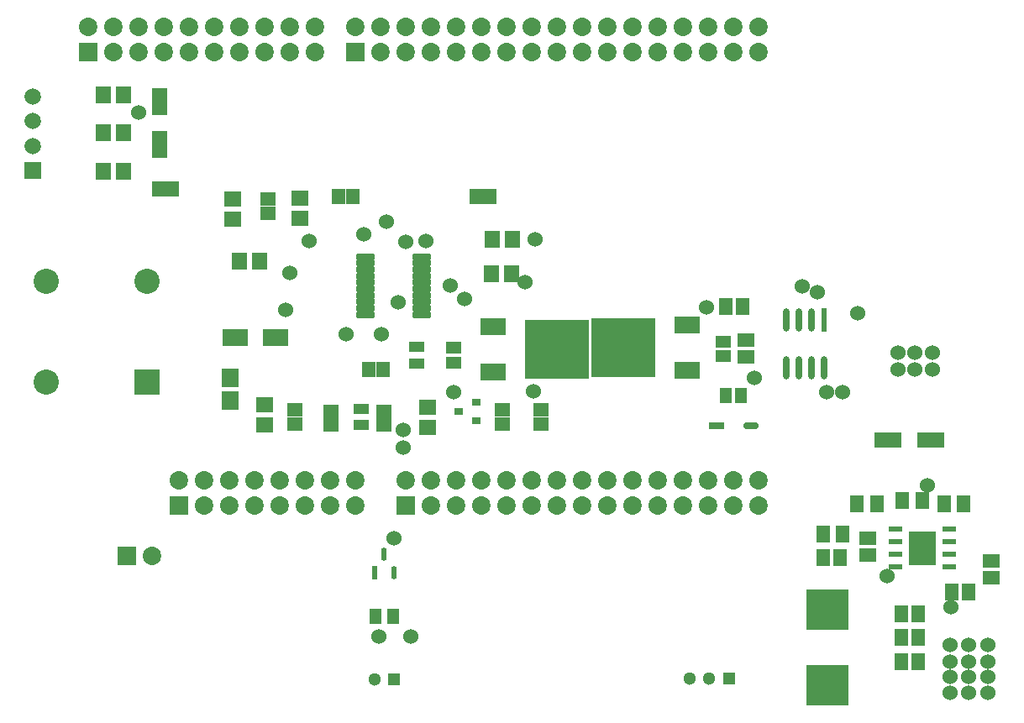
<source format=gts>
G04*
G04 #@! TF.GenerationSoftware,Altium Limited,Altium Designer,25.1.2 (22)*
G04*
G04 Layer_Color=8388736*
%FSLAX25Y25*%
%MOIN*%
G70*
G04*
G04 #@! TF.SameCoordinates,7C62D4D7-8F8D-48FC-A2E0-5C7692351293*
G04*
G04*
G04 #@! TF.FilePolarity,Negative*
G04*
G01*
G75*
%ADD17R,0.03827X0.03158*%
%ADD22R,0.06132X0.02923*%
G04:AMPARAMS|DCode=23|XSize=61.32mil|YSize=29.23mil|CornerRadius=14.62mil|HoleSize=0mil|Usage=FLASHONLY|Rotation=0.000|XOffset=0mil|YOffset=0mil|HoleType=Round|Shape=RoundedRectangle|*
%AMROUNDEDRECTD23*
21,1,0.06132,0.00000,0,0,0.0*
21,1,0.03209,0.02923,0,0,0.0*
1,1,0.02923,0.01604,0.00000*
1,1,0.02923,-0.01604,0.00000*
1,1,0.02923,-0.01604,0.00000*
1,1,0.02923,0.01604,0.00000*
%
%ADD23ROUNDEDRECTD23*%
%ADD25R,0.05600X0.02200*%
%ADD32R,0.09843X0.06693*%
G04:AMPARAMS|DCode=35|XSize=93.59mil|YSize=24.49mil|CornerRadius=12.25mil|HoleSize=0mil|Usage=FLASHONLY|Rotation=270.000|XOffset=0mil|YOffset=0mil|HoleType=Round|Shape=RoundedRectangle|*
%AMROUNDEDRECTD35*
21,1,0.09359,0.00000,0,0,270.0*
21,1,0.06909,0.02449,0,0,270.0*
1,1,0.02449,0.00000,-0.03455*
1,1,0.02449,0.00000,0.03455*
1,1,0.02449,0.00000,0.03455*
1,1,0.02449,0.00000,-0.03455*
%
%ADD35ROUNDEDRECTD35*%
%ADD36R,0.02449X0.09359*%
G04:AMPARAMS|DCode=37|XSize=53.36mil|YSize=22.14mil|CornerRadius=11.07mil|HoleSize=0mil|Usage=FLASHONLY|Rotation=90.000|XOffset=0mil|YOffset=0mil|HoleType=Round|Shape=RoundedRectangle|*
%AMROUNDEDRECTD37*
21,1,0.05336,0.00000,0,0,90.0*
21,1,0.03121,0.02214,0,0,90.0*
1,1,0.02214,0.00000,0.01561*
1,1,0.02214,0.00000,-0.01561*
1,1,0.02214,0.00000,-0.01561*
1,1,0.02214,0.00000,0.01561*
%
%ADD37ROUNDEDRECTD37*%
%ADD38R,0.02214X0.05336*%
%ADD40R,0.11024X0.06299*%
%ADD41R,0.07126X0.05945*%
%ADD42R,0.06732X0.07323*%
%ADD43R,0.06339X0.05354*%
%ADD44R,0.06339X0.04370*%
%ADD45R,0.06339X0.04961*%
%ADD46R,0.10700X0.13200*%
%ADD47R,0.05748X0.06732*%
%ADD48R,0.05748X0.06535*%
%ADD49R,0.04961X0.06339*%
%ADD50R,0.25354X0.23425*%
%ADD51R,0.10039X0.06535*%
%ADD52R,0.05945X0.07126*%
%ADD53R,0.05354X0.06339*%
G04:AMPARAMS|DCode=54|XSize=72.05mil|YSize=26.38mil|CornerRadius=7.14mil|HoleSize=0mil|Usage=FLASHONLY|Rotation=180.000|XOffset=0mil|YOffset=0mil|HoleType=Round|Shape=RoundedRectangle|*
%AMROUNDEDRECTD54*
21,1,0.07205,0.01211,0,0,180.0*
21,1,0.05778,0.02638,0,0,180.0*
1,1,0.01427,-0.02889,0.00605*
1,1,0.01427,0.02889,0.00605*
1,1,0.01427,0.02889,-0.00605*
1,1,0.01427,-0.02889,-0.00605*
%
%ADD54ROUNDEDRECTD54*%
%ADD55R,0.16772X0.16181*%
%ADD56R,0.06535X0.05748*%
%ADD57R,0.07323X0.07323*%
%ADD58C,0.07323*%
%ADD59R,0.10000X0.10000*%
%ADD60C,0.10000*%
%ADD61C,0.06535*%
%ADD62R,0.06535X0.06535*%
%ADD63C,0.05118*%
%ADD64R,0.05118X0.05118*%
%ADD65C,0.06024*%
D17*
X185911Y114496D02*
D03*
Y121977D02*
D03*
X178943Y118236D02*
D03*
D22*
X281500Y112500D02*
D03*
D23*
X294889D02*
D03*
D25*
X373600Y56524D02*
D03*
Y61524D02*
D03*
Y66524D02*
D03*
Y71524D02*
D03*
X352400D02*
D03*
Y66524D02*
D03*
Y61524D02*
D03*
Y56524D02*
D03*
D32*
X106248Y147500D02*
D03*
X90500D02*
D03*
D35*
X324000Y135482D02*
D03*
X319000D02*
D03*
X314000D02*
D03*
X309000D02*
D03*
Y154518D02*
D03*
X314000D02*
D03*
X319000D02*
D03*
D36*
X324000D02*
D03*
D37*
X149500Y61644D02*
D03*
X153240Y54356D02*
D03*
D38*
X145760D02*
D03*
D40*
X349535Y107000D02*
D03*
X366465D02*
D03*
D41*
X166609Y111854D02*
D03*
Y119925D02*
D03*
X116000Y203035D02*
D03*
Y194965D02*
D03*
X89500Y194429D02*
D03*
Y202500D02*
D03*
X102000Y121035D02*
D03*
Y112965D02*
D03*
D42*
X88500Y131500D02*
D03*
Y122445D02*
D03*
D43*
X103500Y202500D02*
D03*
Y196988D02*
D03*
X60500Y221488D02*
D03*
Y227000D02*
D03*
X196372Y113232D02*
D03*
Y118744D02*
D03*
X114067Y113232D02*
D03*
Y118744D02*
D03*
X211833Y113232D02*
D03*
Y118744D02*
D03*
X128500Y112744D02*
D03*
Y118256D02*
D03*
X149500Y118256D02*
D03*
Y112744D02*
D03*
X60500Y244012D02*
D03*
Y238500D02*
D03*
D44*
X140500Y119248D02*
D03*
Y112752D02*
D03*
X162500Y137252D02*
D03*
Y143748D02*
D03*
D45*
X283913Y140043D02*
D03*
Y145949D02*
D03*
X177000Y143453D02*
D03*
Y137547D02*
D03*
D46*
X363000Y64024D02*
D03*
D47*
X355063Y83000D02*
D03*
X362937D02*
D03*
X344937Y81524D02*
D03*
X337063D02*
D03*
X371563D02*
D03*
X379437D02*
D03*
X331500Y69524D02*
D03*
X323626D02*
D03*
D48*
X291846Y160000D02*
D03*
X285154D02*
D03*
X361346Y38024D02*
D03*
X354654D02*
D03*
X361346Y19024D02*
D03*
X354654D02*
D03*
X361346Y28524D02*
D03*
X354654D02*
D03*
X330346Y60151D02*
D03*
X323654D02*
D03*
X374654Y46524D02*
D03*
X381346D02*
D03*
D49*
X290906Y124500D02*
D03*
X285000D02*
D03*
X153043Y37000D02*
D03*
X145957D02*
D03*
D50*
X244500Y143500D02*
D03*
X218000Y143000D02*
D03*
D51*
X269835Y134504D02*
D03*
Y152496D02*
D03*
X192665Y134004D02*
D03*
Y151996D02*
D03*
D52*
X192465Y186500D02*
D03*
X200535D02*
D03*
X191965Y173000D02*
D03*
X200035D02*
D03*
X91965Y178000D02*
D03*
X100035D02*
D03*
X46000Y213500D02*
D03*
X37929D02*
D03*
X46000Y229000D02*
D03*
X37929D02*
D03*
X46000Y244000D02*
D03*
X37929D02*
D03*
D53*
X186000Y203500D02*
D03*
X191512D02*
D03*
X137000D02*
D03*
X131488D02*
D03*
X59988Y206500D02*
D03*
X65500D02*
D03*
X143500Y135000D02*
D03*
X149012D02*
D03*
D54*
X141902Y156646D02*
D03*
Y159205D02*
D03*
Y161764D02*
D03*
Y164323D02*
D03*
Y166882D02*
D03*
Y169441D02*
D03*
Y172000D02*
D03*
Y174559D02*
D03*
Y177118D02*
D03*
Y179677D02*
D03*
X164500D02*
D03*
Y177118D02*
D03*
Y174559D02*
D03*
Y172000D02*
D03*
Y169441D02*
D03*
Y166882D02*
D03*
Y164323D02*
D03*
Y161764D02*
D03*
Y159205D02*
D03*
Y156646D02*
D03*
D55*
X325500Y9465D02*
D03*
Y39583D02*
D03*
D56*
X341500Y61177D02*
D03*
Y67870D02*
D03*
X390500Y52177D02*
D03*
Y58870D02*
D03*
X293000Y146500D02*
D03*
Y139807D02*
D03*
D57*
X68000Y81000D02*
D03*
X158000D02*
D03*
X32000Y261000D02*
D03*
X138000D02*
D03*
X47500Y61000D02*
D03*
D58*
X78000Y81000D02*
D03*
X88000D02*
D03*
X98000D02*
D03*
X108000D02*
D03*
X118000D02*
D03*
X128000D02*
D03*
X138000D02*
D03*
X68000Y91000D02*
D03*
X78000D02*
D03*
X88000D02*
D03*
X98000D02*
D03*
X108000D02*
D03*
X118000D02*
D03*
X128000D02*
D03*
X138000D02*
D03*
X248000D02*
D03*
X298000D02*
D03*
X288000Y81000D02*
D03*
X298000D02*
D03*
X288000Y91000D02*
D03*
X278000D02*
D03*
X268000D02*
D03*
X258000D02*
D03*
X238000D02*
D03*
X228000D02*
D03*
X218000D02*
D03*
X208000D02*
D03*
X198000D02*
D03*
X188000D02*
D03*
X178000D02*
D03*
X168000D02*
D03*
X158000D02*
D03*
X278000Y81000D02*
D03*
X268000D02*
D03*
X258000D02*
D03*
X248000D02*
D03*
X238000D02*
D03*
X228000D02*
D03*
X218000D02*
D03*
X208000D02*
D03*
X198000D02*
D03*
X188000D02*
D03*
X178000D02*
D03*
X168000D02*
D03*
X122000Y271000D02*
D03*
X112000D02*
D03*
X102000D02*
D03*
X92000D02*
D03*
X82000D02*
D03*
X72000D02*
D03*
X62000D02*
D03*
X52000D02*
D03*
X42000D02*
D03*
X122000Y261000D02*
D03*
X112000D02*
D03*
X102000D02*
D03*
X92000D02*
D03*
X82000D02*
D03*
X72000D02*
D03*
X62000D02*
D03*
X52000D02*
D03*
X42000D02*
D03*
X32000Y271000D02*
D03*
X298000D02*
D03*
X288000D02*
D03*
X278000D02*
D03*
X268000D02*
D03*
X258000D02*
D03*
X248000D02*
D03*
X238000D02*
D03*
X228000D02*
D03*
X218000D02*
D03*
X208000D02*
D03*
X198000D02*
D03*
X188000D02*
D03*
X178000D02*
D03*
X168000D02*
D03*
X158000D02*
D03*
X148000D02*
D03*
X138000D02*
D03*
X298000Y261000D02*
D03*
X288000D02*
D03*
X278000D02*
D03*
X268000D02*
D03*
X258000D02*
D03*
X248000D02*
D03*
X238000D02*
D03*
X228000D02*
D03*
X218000D02*
D03*
X208000D02*
D03*
X198000D02*
D03*
X188000D02*
D03*
X178000D02*
D03*
X168000D02*
D03*
X158000D02*
D03*
X148000D02*
D03*
X57500Y61000D02*
D03*
D59*
X55500Y130000D02*
D03*
D60*
X15500D02*
D03*
X55500Y170000D02*
D03*
X15500D02*
D03*
D61*
X10000Y243343D02*
D03*
Y233500D02*
D03*
Y223657D02*
D03*
D62*
Y213815D02*
D03*
D63*
X145626Y12000D02*
D03*
X270626Y12138D02*
D03*
X278500D02*
D03*
D64*
X153500Y12000D02*
D03*
X286374Y12138D02*
D03*
D65*
X374500Y40500D02*
D03*
X349000Y53000D02*
D03*
X176943Y126000D02*
D03*
X158000Y185500D02*
D03*
X150500Y193500D02*
D03*
X157000Y104000D02*
D03*
Y111000D02*
D03*
X134500Y149000D02*
D03*
X296500Y131500D02*
D03*
X277500Y159500D02*
D03*
X52000Y237000D02*
D03*
X155000Y161500D02*
D03*
X148500Y149000D02*
D03*
X166000Y186000D02*
D03*
X153500Y68000D02*
D03*
X160000Y29000D02*
D03*
X147500D02*
D03*
X365000Y89000D02*
D03*
X374000Y25500D02*
D03*
X389000D02*
D03*
X381500D02*
D03*
X389000Y6500D02*
D03*
X381500D02*
D03*
X374000D02*
D03*
X389000Y13000D02*
D03*
X381500D02*
D03*
X374000D02*
D03*
X389000Y19000D02*
D03*
X381500D02*
D03*
X374000D02*
D03*
X353500Y135000D02*
D03*
Y141500D02*
D03*
X360000Y135000D02*
D03*
Y141500D02*
D03*
X367000Y135000D02*
D03*
Y141500D02*
D03*
X331500Y126000D02*
D03*
X325000D02*
D03*
X321500Y165500D02*
D03*
X315500Y168000D02*
D03*
X141500Y188500D02*
D03*
X111900Y173200D02*
D03*
X208600Y126200D02*
D03*
X110223Y158623D02*
D03*
X119600Y186000D02*
D03*
X337500Y157200D02*
D03*
X175600Y168300D02*
D03*
X209300Y186500D02*
D03*
X181300Y162800D02*
D03*
X205300Y169400D02*
D03*
M02*

</source>
